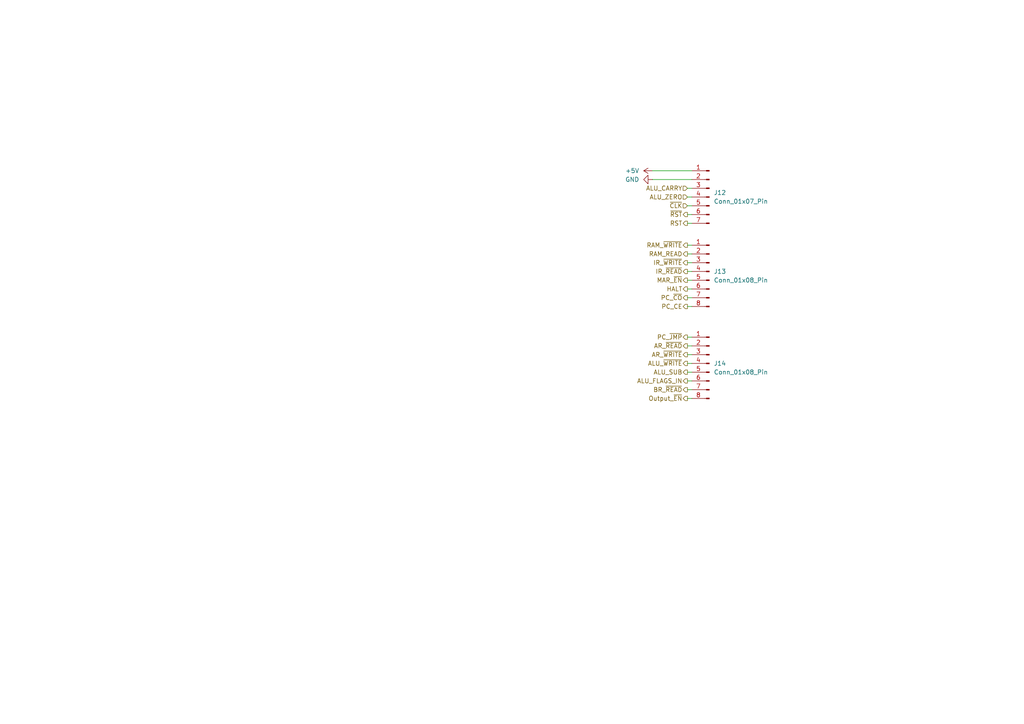
<source format=kicad_sch>
(kicad_sch (version 20231120) (generator "eeschema") (generator_version "8.0")
  (paper "A4")
  (lib_symbols
    (symbol "Connector:Conn_01x07_Pin" (pin_names (offset 1.016) hide)
      (property "Reference" "J" (at 0 10.16 0))
      (property "Value" "Conn_01x07_Pin" (at 0 -10.16 0))
      (symbol "Conn_01x07_Pin_1_1"
        (polyline (pts (xy 1.27 -7.62) (xy 0.8636 -7.62)) (stroke (width 0.1524)))
        (polyline (pts (xy 1.27 -5.08) (xy 0.8636 -5.08)) (stroke (width 0.1524)))
        (polyline (pts (xy 1.27 -2.54) (xy 0.8636 -2.54)) (stroke (width 0.1524)))
        (polyline (pts (xy 1.27 0) (xy 0.8636 0)) (stroke (width 0.1524)))
        (polyline (pts (xy 1.27 2.54) (xy 0.8636 2.54)) (stroke (width 0.1524)))
        (polyline (pts (xy 1.27 5.08) (xy 0.8636 5.08)) (stroke (width 0.1524)))
        (polyline (pts (xy 1.27 7.62) (xy 0.8636 7.62)) (stroke (width 0.1524)))
        (rectangle (start 0.8636 -7.493) (end 0 -7.747) (stroke (width 0.1524)) (fill (type outline)))
        (rectangle (start 0.8636 -4.953) (end 0 -5.207) (stroke (width 0.1524)) (fill (type outline)))
        (rectangle (start 0.8636 -2.413) (end 0 -2.667) (stroke (width 0.1524)) (fill (type outline)))
        (rectangle (start 0.8636 0.127) (end 0 -0.127) (stroke (width 0.1524)) (fill (type outline)))
        (rectangle (start 0.8636 2.667) (end 0 2.413) (stroke (width 0.1524)) (fill (type outline)))
        (rectangle (start 0.8636 5.207) (end 0 4.953) (stroke (width 0.1524)) (fill (type outline)))
        (rectangle (start 0.8636 7.747) (end 0 7.493) (stroke (width 0.1524)) (fill (type outline)))
        (pin passive line (at 5.08 7.62 180) (length 3.81) (name "Pin_1") (number "1"))
        (pin passive line (at 5.08 5.08 180) (length 3.81) (name "Pin_2") (number "2"))
        (pin passive line (at 5.08 2.54 180) (length 3.81) (name "Pin_3") (number "3"))
        (pin passive line (at 5.08 0 180) (length 3.81) (name "Pin_4") (number "4"))
        (pin passive line (at 5.08 -2.54 180) (length 3.81) (name "Pin_5") (number "5"))
        (pin passive line (at 5.08 -5.08 180) (length 3.81) (name "Pin_6") (number "6"))
        (pin passive line (at 5.08 -7.62 180) (length 3.81) (name "Pin_7") (number "7"))
      )
    )
    (symbol "Connector:Conn_01x08_Pin" (pin_names (offset 1.016) hide)
      (property "Reference" "J" (at 0 10.16 0))
      (property "Value" "Conn_01x08_Pin" (at 0 -12.7 0))
      (symbol "Conn_01x08_Pin_1_1"
        (polyline (pts (xy 1.27 -10.16) (xy 0.8636 -10.16)) (stroke (width 0.1524)))
        (polyline (pts (xy 1.27 -7.62) (xy 0.8636 -7.62)) (stroke (width 0.1524)))
        (polyline (pts (xy 1.27 -5.08) (xy 0.8636 -5.08)) (stroke (width 0.1524)))
        (polyline (pts (xy 1.27 -2.54) (xy 0.8636 -2.54)) (stroke (width 0.1524)))
        (polyline (pts (xy 1.27 0) (xy 0.8636 0)) (stroke (width 0.1524)))
        (polyline (pts (xy 1.27 2.54) (xy 0.8636 2.54)) (stroke (width 0.1524)))
        (polyline (pts (xy 1.27 5.08) (xy 0.8636 5.08)) (stroke (width 0.1524)))
        (polyline (pts (xy 1.27 7.62) (xy 0.8636 7.62)) (stroke (width 0.1524)))
        (rectangle (start 0.8636 -10.033) (end 0 -10.287) (stroke (width 0.1524)) (fill (type outline)))
        (rectangle (start 0.8636 -7.493) (end 0 -7.747) (stroke (width 0.1524)) (fill (type outline)))
        (rectangle (start 0.8636 -4.953) (end 0 -5.207) (stroke (width 0.1524)) (fill (type outline)))
        (rectangle (start 0.8636 -2.413) (end 0 -2.667) (stroke (width 0.1524)) (fill (type outline)))
        (rectangle (start 0.8636 0.127) (end 0 -0.127) (stroke (width 0.1524)) (fill (type outline)))
        (rectangle (start 0.8636 2.667) (end 0 2.413) (stroke (width 0.1524)) (fill (type outline)))
        (rectangle (start 0.8636 5.207) (end 0 4.953) (stroke (width 0.1524)) (fill (type outline)))
        (rectangle (start 0.8636 7.747) (end 0 7.493) (stroke (width 0.1524)) (fill (type outline)))
        (pin passive line (at 5.08 7.62 180) (length 3.81) (name "Pin_1") (number "1"))
        (pin passive line (at 5.08 5.08 180) (length 3.81) (name "Pin_2") (number "2"))
        (pin passive line (at 5.08 2.54 180) (length 3.81) (name "Pin_3") (number "3"))
        (pin passive line (at 5.08 0 180) (length 3.81) (name "Pin_4") (number "4"))
        (pin passive line (at 5.08 -2.54 180) (length 3.81) (name "Pin_5") (number "5"))
        (pin passive line (at 5.08 -5.08 180) (length 3.81) (name "Pin_6") (number "6"))
        (pin passive line (at 5.08 -7.62 180) (length 3.81) (name "Pin_7") (number "7"))
        (pin passive line (at 5.08 -10.16 180) (length 3.81) (name "Pin_8") (number "8"))
      )
    )
    (symbol "power:+5V" (power) (pin_numbers hide) (pin_names (offset 0) hide)
      (property "Value" "+5V" (at 0 3.556 0))
      (symbol "+5V_0_1"
        (polyline (pts (xy -0.762 1.27) (xy 0 2.54)))
        (polyline (pts (xy 0 0) (xy 0 2.54)))
        (polyline (pts (xy 0 2.54) (xy 0.762 1.27)))
      )
      (symbol "+5V_1_1"
        (pin power_in line (at 0 0 90) (length 0) (name "~") (number "1"))
      )
    )
    (symbol "power:GND" (power) (pin_numbers hide) (pin_names (offset 0) hide)
      (property "Value" "GND" (at 0 -3.81 0))
      (symbol "GND_0_1"
        (polyline (pts (xy 0 0) (xy 0 -1.27) (xy 1.27 -1.27) (xy 0 -2.54) (xy -1.27 -1.27) (xy 0 -1.27)))
      )
      (symbol "GND_1_1"
        (pin power_in line (at 0 0 270) (length 0) (name "~") (number "1"))
      )
    )
  )
  (wire (pts (xy 199.39 105.41) (xy 200.66 105.41)))
  (wire (pts (xy 199.39 83.82) (xy 200.66 83.82)))
  (wire (pts (xy 199.39 113.03) (xy 200.66 113.03)))
  (wire (pts (xy 199.39 115.57) (xy 200.66 115.57)))
  (wire (pts (xy 189.23 49.53) (xy 200.66 49.53)))
  (wire (pts (xy 199.39 110.49) (xy 200.66 110.49)))
  (wire (pts (xy 199.39 97.79) (xy 200.66 97.79)))
  (wire (pts (xy 199.39 81.28) (xy 200.66 81.28)))
  (wire (pts (xy 199.39 102.87) (xy 200.66 102.87)))
  (wire (pts (xy 199.39 88.9) (xy 200.66 88.9)))
  (wire (pts (xy 199.39 54.61) (xy 200.66 54.61)))
  (wire (pts (xy 199.39 86.36) (xy 200.66 86.36)))
  (wire (pts (xy 199.39 59.69) (xy 200.66 59.69)))
  (wire (pts (xy 199.39 107.95) (xy 200.66 107.95)))
  (wire (pts (xy 199.39 100.33) (xy 200.66 100.33)))
  (wire (pts (xy 199.39 76.2) (xy 200.66 76.2)))
  (wire (pts (xy 199.39 57.15) (xy 200.66 57.15)))
  (wire (pts (xy 199.39 73.66) (xy 200.66 73.66)))
  (wire (pts (xy 199.39 78.74) (xy 200.66 78.74)))
  (wire (pts (xy 199.39 62.23) (xy 200.66 62.23)))
  (wire (pts (xy 199.39 64.77) (xy 200.66 64.77)))
  (wire (pts (xy 189.23 52.07) (xy 200.66 52.07)))
  (wire (pts (xy 199.39 71.12) (xy 200.66 71.12)))
  (hierarchical_label "PC_~{JMP}" (shape output) (at 199.39 97.79 180))
  (hierarchical_label "IR_~{WRITE}" (shape output) (at 199.39 76.2 180))
  (hierarchical_label "PC_CE" (shape output) (at 199.39 88.9 180))
  (hierarchical_label "~{RST}" (shape output) (at 199.39 62.23 180))
  (hierarchical_label "HALT" (shape output) (at 199.39 83.82 180))
  (hierarchical_label "ALU_~{WRITE}" (shape output) (at 199.39 105.41 180))
  (hierarchical_label "ALU_FLAGS_IN" (shape output) (at 199.39 110.49 180))
  (hierarchical_label "RAM_~{WRITE}" (shape output) (at 199.39 71.12 180))
  (hierarchical_label "ALU_SUB" (shape output) (at 199.39 107.95 180))
  (hierarchical_label "ALU_ZERO" (shape input) (at 199.39 57.15 180))
  (hierarchical_label "ALU_CARRY" (shape input) (at 199.39 54.61 180))
  (hierarchical_label "AR_~{WRITE}" (shape output) (at 199.39 102.87 180))
  (hierarchical_label "RAM_READ" (shape output) (at 199.39 73.66 180))
  (hierarchical_label "BR_~{READ}" (shape output) (at 199.39 113.03 180))
  (hierarchical_label "RST" (shape output) (at 199.39 64.77 180))
  (hierarchical_label "MAR_~{EN}" (shape output) (at 199.39 81.28 180))
  (hierarchical_label "IR_~{READ}" (shape output) (at 199.39 78.74 180))
  (hierarchical_label "Output_~{EN}" (shape output) (at 199.39 115.57 180))
  (hierarchical_label "PC_~{CO}" (shape output) (at 199.39 86.36 180))
  (hierarchical_label "~{CLK}" (shape input) (at 199.39 59.69 180))
  (hierarchical_label "AR_~{READ}" (shape output) (at 199.39 100.33 180))
  (symbol (lib_id "Connector:Conn_01x08_Pin") (at 205.74 78.74 0) (mirror y) (unit 1)
    (property "Reference" "J13" (at 207.01 78.7399 0) (effects (justify right)))
    (property "Value" "Conn_01x08_Pin" (at 207.01 81.2799 0) (effects (justify right)))
    (property "Footprint" "Connector_PinHeader_2.54mm:PinHeader_1x08_P2.54mm_Vertical" (effects (hide yes)))
    (property "Description" "Generic connector, single row, 01x08, script generated" (effects (hide yes)))
  )
  (symbol (lib_id "power:+5V") (at 189.23 49.53 90) (unit 1)
    (property "Reference" "#PWR015" (effects (hide yes)))
    (property "Value" "+5V" (at 185.42 49.5299 90) (effects (justify left)))
    (property "Description" "Power symbol creates a global label with name \"+5V\"" (effects (hide yes)))
  )
  (symbol (lib_id "Connector:Conn_01x07_Pin") (at 205.74 57.15 0) (mirror y) (unit 1)
    (property "Reference" "J12" (at 207.01 55.8799 0) (effects (justify right)))
    (property "Value" "Conn_01x07_Pin" (at 207.01 58.4199 0) (effects (justify right)))
    (property "Footprint" "Connector_PinHeader_2.54mm:PinHeader_1x07_P2.54mm_Vertical" (effects (hide yes)))
    (property "Description" "Generic connector, single row, 01x07, script generated" (effects (hide yes)))
  )
  (symbol (lib_id "power:GND") (at 189.23 52.07 270) (unit 1)
    (property "Reference" "#PWR016" (effects (hide yes)))
    (property "Value" "GND" (at 185.42 52.0699 90) (effects (justify right)))
    (property "Description" "Power symbol creates a global label with name \"GND\" , ground" (effects (hide yes)))
  )
  (symbol (lib_id "Connector:Conn_01x08_Pin") (at 205.74 105.41 0) (mirror y) (unit 1)
    (property "Reference" "J14" (at 207.01 105.4099 0) (effects (justify right)))
    (property "Value" "Conn_01x08_Pin" (at 207.01 107.9499 0) (effects (justify right)))
    (property "Footprint" "Connector_PinHeader_2.54mm:PinHeader_1x08_P2.54mm_Vertical" (effects (hide yes)))
    (property "Description" "Generic connector, single row, 01x08, script generated" (effects (hide yes)))
  )
)
</source>
